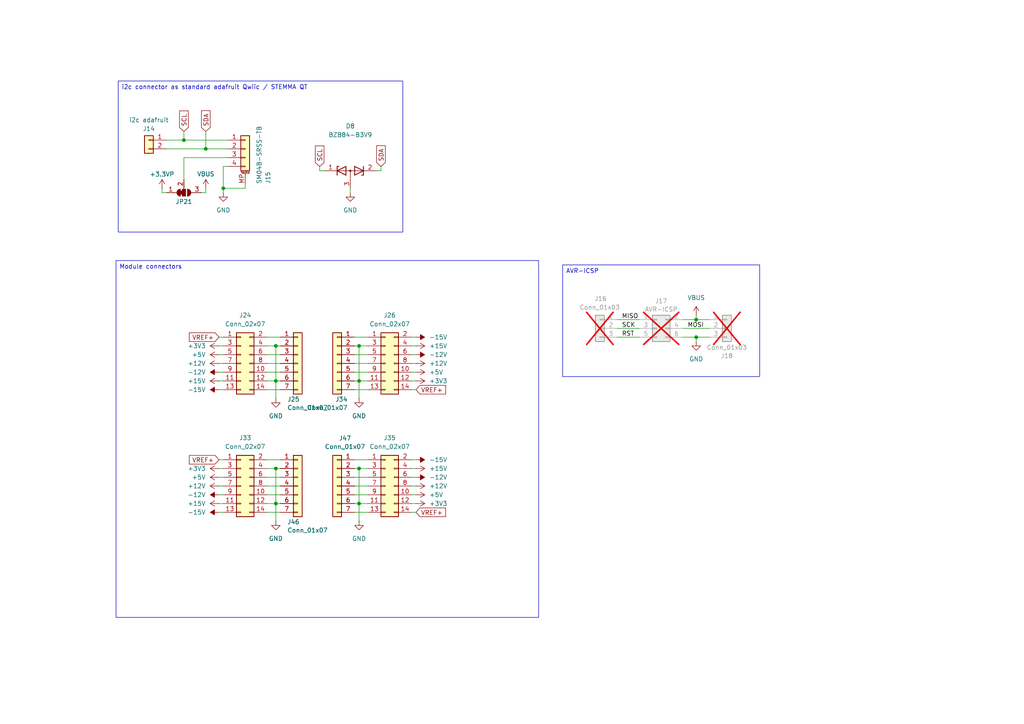
<source format=kicad_sch>
(kicad_sch (version 20250114) (generator "eeschema") (generator_version "9.0")
  (paper "A4")
  (title_block (date "2026-01-13") (rev "0.0.2") (company "KN NaMi"))
  (lib_symbols
    (symbol "Connector_Generic:Conn_01x02" (pin_names (offset 1.016) (hide yes))
      (property "Reference" "J" (at 0 2.54 0))
      (property "Value" "Conn_01x02" (at 0 -5.08 0))
      (symbol "Conn_01x02_1_1"
        (rectangle (start -1.27 1.27) (end 1.27 -3.81) (stroke (width 0.254)) (fill (type background)))
        (rectangle (start -1.27 0.127) (end 0 -0.127) (stroke (width 0.1524)))
        (rectangle (start -1.27 -2.413) (end 0 -2.667) (stroke (width 0.1524)))
        (pin passive line (at -5.08 0 0) (length 3.81) (name "Pin_1") (number "1"))
        (pin passive line (at -5.08 -2.54 0) (length 3.81) (name "Pin_2") (number "2"))
      )
    )
    (symbol "Connector_Generic:Conn_01x03" (pin_names (offset 1.016) (hide yes))
      (property "Reference" "J" (at 0 5.08 0))
      (property "Value" "Conn_01x03" (at 0 -5.08 0))
      (symbol "Conn_01x03_1_1"
        (rectangle (start -1.27 3.81) (end 1.27 -3.81) (stroke (width 0.254)) (fill (type background)))
        (rectangle (start -1.27 2.667) (end 0 2.413) (stroke (width 0.1524)))
        (rectangle (start -1.27 0.127) (end 0 -0.127) (stroke (width 0.1524)))
        (rectangle (start -1.27 -2.413) (end 0 -2.667) (stroke (width 0.1524)))
        (pin passive line (at -5.08 2.54 0) (length 3.81) (name "Pin_1") (number "1"))
        (pin passive line (at -5.08 0 0) (length 3.81) (name "Pin_2") (number "2"))
        (pin passive line (at -5.08 -2.54 0) (length 3.81) (name "Pin_3") (number "3"))
      )
    )
    (symbol "Connector_Generic:Conn_01x07" (pin_names (offset 1.016) (hide yes))
      (property "Reference" "J" (at 0 10.16 0))
      (property "Value" "Conn_01x07" (at 0 -10.16 0))
      (symbol "Conn_01x07_1_1"
        (rectangle (start -1.27 8.89) (end 1.27 -8.89) (stroke (width 0.254)) (fill (type background)))
        (rectangle (start -1.27 7.747) (end 0 7.493) (stroke (width 0.1524)))
        (rectangle (start -1.27 5.207) (end 0 4.953) (stroke (width 0.1524)))
        (rectangle (start -1.27 2.667) (end 0 2.413) (stroke (width 0.1524)))
        (rectangle (start -1.27 0.127) (end 0 -0.127) (stroke (width 0.1524)))
        (rectangle (start -1.27 -2.413) (end 0 -2.667) (stroke (width 0.1524)))
        (rectangle (start -1.27 -4.953) (end 0 -5.207) (stroke (width 0.1524)))
        (rectangle (start -1.27 -7.493) (end 0 -7.747) (stroke (width 0.1524)))
        (pin passive line (at -5.08 7.62 0) (length 3.81) (name "Pin_1") (number "1"))
        (pin passive line (at -5.08 5.08 0) (length 3.81) (name "Pin_2") (number "2"))
        (pin passive line (at -5.08 2.54 0) (length 3.81) (name "Pin_3") (number "3"))
        (pin passive line (at -5.08 0 0) (length 3.81) (name "Pin_4") (number "4"))
        (pin passive line (at -5.08 -2.54 0) (length 3.81) (name "Pin_5") (number "5"))
        (pin passive line (at -5.08 -5.08 0) (length 3.81) (name "Pin_6") (number "6"))
        (pin passive line (at -5.08 -7.62 0) (length 3.81) (name "Pin_7") (number "7"))
      )
    )
    (symbol "Connector_Generic:Conn_02x03_Odd_Even" (pin_names (offset 1.016) (hide yes))
      (property "Reference" "J" (at 1.27 5.08 0))
      (property "Value" "Conn_02x03_Odd_Even" (at 1.27 -5.08 0))
      (symbol "Conn_02x03_Odd_Even_1_1"
        (rectangle (start -1.27 3.81) (end 3.81 -3.81) (stroke (width 0.254)) (fill (type background)))
        (rectangle (start -1.27 2.667) (end 0 2.413) (stroke (width 0.1524)))
        (rectangle (start -1.27 0.127) (end 0 -0.127) (stroke (width 0.1524)))
        (rectangle (start -1.27 -2.413) (end 0 -2.667) (stroke (width 0.1524)))
        (rectangle (start 3.81 2.667) (end 2.54 2.413) (stroke (width 0.1524)))
        (rectangle (start 3.81 0.127) (end 2.54 -0.127) (stroke (width 0.1524)))
        (rectangle (start 3.81 -2.413) (end 2.54 -2.667) (stroke (width 0.1524)))
        (pin passive line (at -5.08 2.54 0) (length 3.81) (name "Pin_1") (number "1"))
        (pin passive line (at -5.08 0 0) (length 3.81) (name "Pin_3") (number "3"))
        (pin passive line (at -5.08 -2.54 0) (length 3.81) (name "Pin_5") (number "5"))
        (pin passive line (at 7.62 2.54 180) (length 3.81) (name "Pin_2") (number "2"))
        (pin passive line (at 7.62 0 180) (length 3.81) (name "Pin_4") (number "4"))
        (pin passive line (at 7.62 -2.54 180) (length 3.81) (name "Pin_6") (number "6"))
      )
    )
    (symbol "Connector_Generic:Conn_02x07_Odd_Even" (pin_names (offset 1.016) (hide yes))
      (property "Reference" "J" (at 1.27 10.16 0))
      (property "Value" "Conn_02x07_Odd_Even" (at 1.27 -10.16 0))
      (symbol "Conn_02x07_Odd_Even_1_1"
        (rectangle (start -1.27 8.89) (end 3.81 -8.89) (stroke (width 0.254)) (fill (type background)))
        (rectangle (start -1.27 7.747) (end 0 7.493) (stroke (width 0.1524)))
        (rectangle (start -1.27 5.207) (end 0 4.953) (stroke (width 0.1524)))
        (rectangle (start -1.27 2.667) (end 0 2.413) (stroke (width 0.1524)))
        (rectangle (start -1.27 0.127) (end 0 -0.127) (stroke (width 0.1524)))
        (rectangle (start -1.27 -2.413) (end 0 -2.667) (stroke (width 0.1524)))
        (rectangle (start -1.27 -4.953) (end 0 -5.207) (stroke (width 0.1524)))
        (rectangle (start -1.27 -7.493) (end 0 -7.747) (stroke (width 0.1524)))
        (rectangle (start 3.81 7.747) (end 2.54 7.493) (stroke (width 0.1524)))
        (rectangle (start 3.81 5.207) (end 2.54 4.953) (stroke (width 0.1524)))
        (rectangle (start 3.81 2.667) (end 2.54 2.413) (stroke (width 0.1524)))
        (rectangle (start 3.81 0.127) (end 2.54 -0.127) (stroke (width 0.1524)))
        (rectangle (start 3.81 -2.413) (end 2.54 -2.667) (stroke (width 0.1524)))
        (rectangle (start 3.81 -4.953) (end 2.54 -5.207) (stroke (width 0.1524)))
        (rectangle (start 3.81 -7.493) (end 2.54 -7.747) (stroke (width 0.1524)))
        (pin passive line (at -5.08 7.62 0) (length 3.81) (name "Pin_1") (number "1"))
        (pin passive line (at -5.08 5.08 0) (length 3.81) (name "Pin_3") (number "3"))
        (pin passive line (at -5.08 2.54 0) (length 3.81) (name "Pin_5") (number "5"))
        (pin passive line (at -5.08 0 0) (length 3.81) (name "Pin_7") (number "7"))
        (pin passive line (at -5.08 -2.54 0) (length 3.81) (name "Pin_9") (number "9"))
        (pin passive line (at -5.08 -5.08 0) (length 3.81) (name "Pin_11") (number "11"))
        (pin passive line (at -5.08 -7.62 0) (length 3.81) (name "Pin_13") (number "13"))
        (pin passive line (at 7.62 7.62 180) (length 3.81) (name "Pin_2") (number "2"))
        (pin passive line (at 7.62 5.08 180) (length 3.81) (name "Pin_4") (number "4"))
        (pin passive line (at 7.62 2.54 180) (length 3.81) (name "Pin_6") (number "6"))
        (pin passive line (at 7.62 0 180) (length 3.81) (name "Pin_8") (number "8"))
        (pin passive line (at 7.62 -2.54 180) (length 3.81) (name "Pin_10") (number "10"))
        (pin passive line (at 7.62 -5.08 180) (length 3.81) (name "Pin_12") (number "12"))
        (pin passive line (at 7.62 -7.62 180) (length 3.81) (name "Pin_14") (number "14"))
      )
    )
    (symbol "Connector_Generic_MountingPin:Conn_01x04_MountingPin" (pin_names (offset 1.016) (hide yes))
      (property "Reference" "J" (at 0 5.08 0))
      (property "Value" "Conn_01x04_MountingPin" (at 1.27 -7.62 0))
      (symbol "Conn_01x04_MountingPin_1_1"
        (rectangle (start -1.27 3.81) (end 1.27 -6.35) (stroke (width 0.254)) (fill (type background)))
        (rectangle (start -1.27 2.667) (end 0 2.413) (stroke (width 0.1524)))
        (rectangle (start -1.27 0.127) (end 0 -0.127) (stroke (width 0.1524)))
        (rectangle (start -1.27 -2.413) (end 0 -2.667) (stroke (width 0.1524)))
        (rectangle (start -1.27 -4.953) (end 0 -5.207) (stroke (width 0.1524)))
        (polyline (pts (xy -1.016 -7.112) (xy 1.016 -7.112)) (stroke (width 0.1524)))
        (text "Mounting" (at 0 -6.731 0) (effects (font (size 0.381 0.381))))
        (pin passive line (at -5.08 2.54 0) (length 3.81) (name "Pin_1") (number "1"))
        (pin passive line (at -5.08 0 0) (length 3.81) (name "Pin_2") (number "2"))
        (pin passive line (at -5.08 -2.54 0) (length 3.81) (name "Pin_3") (number "3"))
        (pin passive line (at -5.08 -5.08 0) (length 3.81) (name "Pin_4") (number "4"))
        (pin passive line (at 0 -10.16 90) (length 3.048) (name "MountPin") (number "MP"))
      )
    )
    (symbol "Device:D_Zener_Dual_CommonAnode_KKA" (pin_names (offset 0.762) (hide yes))
      (property "Reference" "D" (at 1.27 -2.54 0))
      (property "Value" "D_Zener_Dual_CommonAnode_KKA" (at 0 2.54 0))
      (symbol "D_Zener_Dual_CommonAnode_KKA_0_1"
        (polyline (pts (xy -3.81 -1.27) (xy -3.81 1.27) (xy -3.302 1.27)) (stroke (width 0.254)))
        (polyline (pts (xy -3.556 0) (xy 3.81 0)))
        (polyline (pts (xy -1.27 -1.27) (xy -3.81 0) (xy -1.27 1.27) (xy -1.27 -1.27) (xy -1.27 -1.27) (xy -1.27 -1.27)) (stroke (width 0.254)))
        (polyline (pts (xy 0 0) (xy 0 -2.54)))
        (circle (center 0 0) (radius 0.254) (fill (type outline)))
        (polyline (pts (xy 1.27 1.27) (xy 3.81 0) (xy 1.27 -1.27) (xy 1.27 1.27) (xy 1.27 1.27) (xy 1.27 1.27)) (stroke (width 0.254)))
        (polyline (pts (xy 3.302 -1.27) (xy 3.81 -1.27) (xy 3.81 1.27)) (stroke (width 0.254)))
        (pin passive line (at -7.62 0 0) (length 3.81) (name "K") (number "1"))
        (pin passive line (at 0 -5.08 90) (length 2.54) (name "A") (number "3"))
        (pin passive line (at 7.62 0 180) (length 3.81) (name "K") (number "2"))
      )
    )
    (symbol "Jumper:SolderJumper_3_Bridged12" (pin_names (offset 0) (hide yes)) (in_bom no)
      (property "Reference" "JP" (at -2.54 -2.54 0))
      (property "Value" "SolderJumper_3_Bridged12" (at 0 2.794 0))
      (symbol "SolderJumper_3_Bridged12_0_1"
        (polyline (pts (xy -2.54 0) (xy -2.032 0)))
        (polyline (pts (xy -1.016 1.016) (xy -1.016 -1.016)))
        (rectangle (start -1.016 0.508) (end -0.508 -0.508) (fill (type outline)))
        (arc (start -1.016 -1.016) (mid -2.0276 0) (end -1.016 1.016))
        (arc (start -1.016 -1.016) (mid -2.0276 0) (end -1.016 1.016) (fill (type outline)))
        (rectangle (start -0.508 1.016) (end 0.508 -1.016) (fill (type outline)))
        (polyline (pts (xy 0 -1.27) (xy 0 -1.016)))
        (arc (start 1.016 1.016) (mid 2.0276 0) (end 1.016 -1.016))
        (arc (start 1.016 1.016) (mid 2.0276 0) (end 1.016 -1.016) (fill (type outline)))
        (polyline (pts (xy 1.016 1.016) (xy 1.016 -1.016)))
        (polyline (pts (xy 2.54 0) (xy 2.032 0)))
      )
      (symbol "SolderJumper_3_Bridged12_1_1"
        (pin passive line (at -5.08 0 0) (length 2.54) (name "A") (number "1"))
        (pin passive line (at 0 -3.81 90) (length 2.54) (name "C") (number "2"))
        (pin passive line (at 5.08 0 180) (length 2.54) (name "B") (number "3"))
      )
    )
    (symbol "power:+12V" (power) (pin_numbers (hide yes)) (pin_names (offset 0) (hide yes))
      (property "Value" "+12V" (at 0 3.556 0))
      (symbol "+12V_0_1"
        (polyline (pts (xy -0.762 1.27) (xy 0 2.54)))
        (polyline (pts (xy 0 2.54) (xy 0.762 1.27)))
        (polyline (pts (xy 0 0) (xy 0 2.54)))
      )
      (symbol "+12V_1_1"
        (pin power_in line (at 0 0 90) (length 0) (name "~") (number "1"))
      )
    )
    (symbol "power:+15V" (power) (pin_numbers (hide yes)) (pin_names (offset 0) (hide yes))
      (property "Value" "+15V" (at 0 3.556 0))
      (symbol "+15V_0_1"
        (polyline (pts (xy -0.762 1.27) (xy 0 2.54)))
        (polyline (pts (xy 0 2.54) (xy 0.762 1.27)))
        (polyline (pts (xy 0 0) (xy 0 2.54)))
      )
      (symbol "+15V_1_1"
        (pin power_in line (at 0 0 90) (length 0) (name "~") (number "1"))
      )
    )
    (symbol "power:+3.3VP" (power) (pin_numbers (hide yes)) (pin_names (offset 0) (hide yes))
      (property "Value" "+3.3VP" (at 0 3.556 0))
      (symbol "+3.3VP_0_0"
        (pin power_in line (at 0 0 90) (length 0) (name "~") (number "1"))
      )
      (symbol "+3.3VP_0_1"
        (polyline (pts (xy -0.762 1.27) (xy 0 2.54)))
        (polyline (pts (xy 0 2.54) (xy 0.762 1.27)))
        (polyline (pts (xy 0 0) (xy 0 2.54)))
      )
    )
    (symbol "power:+3V3" (power) (pin_numbers (hide yes)) (pin_names (offset 0) (hide yes))
      (property "Value" "+3V3" (at 0 3.556 0))
      (symbol "+3V3_0_1"
        (polyline (pts (xy -0.762 1.27) (xy 0 2.54)))
        (polyline (pts (xy 0 2.54) (xy 0.762 1.27)))
        (polyline (pts (xy 0 0) (xy 0 2.54)))
      )
      (symbol "+3V3_1_1"
        (pin power_in line (at 0 0 90) (length 0) (name "~") (number "1"))
      )
    )
    (symbol "power:+5V" (power) (pin_numbers (hide yes)) (pin_names (offset 0) (hide yes))
      (property "Value" "+5V" (at 0 3.556 0))
      (symbol "+5V_0_1"
        (polyline (pts (xy -0.762 1.27) (xy 0 2.54)))
        (polyline (pts (xy 0 2.54) (xy 0.762 1.27)))
        (polyline (pts (xy 0 0) (xy 0 2.54)))
      )
      (symbol "+5V_1_1"
        (pin power_in line (at 0 0 90) (length 0) (name "~") (number "1"))
      )
    )
    (symbol "power:-12V" (power) (pin_numbers (hide yes)) (pin_names (offset 0) (hide yes))
      (property "Value" "-12V" (at 0 3.556 0))
      (symbol "-12V_0_0"
        (pin power_in line (at 0 0 90) (length 0) (name "~") (number "1"))
      )
      (symbol "-12V_0_1"
        (polyline (pts (xy 0 0) (xy 0 1.27) (xy 0.762 1.27) (xy 0 2.54) (xy -0.762 1.27) (xy 0 1.27)) (fill (type outline)))
      )
    )
    (symbol "power:-15V" (power) (pin_numbers (hide yes)) (pin_names (offset 0) (hide yes))
      (property "Value" "-15V" (at 0 3.556 0))
      (symbol "-15V_0_0"
        (pin power_in line (at 0 0 90) (length 0) (name "~") (number "1"))
      )
      (symbol "-15V_0_1"
        (polyline (pts (xy 0 0) (xy 0 1.27) (xy 0.762 1.27) (xy 0 2.54) (xy -0.762 1.27) (xy 0 1.27)) (fill (type outline)))
      )
    )
    (symbol "power:GND" (power) (pin_numbers (hide yes)) (pin_names (offset 0) (hide yes))
      (property "Value" "GND" (at 0 -3.81 0))
      (symbol "GND_0_1"
        (polyline (pts (xy 0 0) (xy 0 -1.27) (xy 1.27 -1.27) (xy 0 -2.54) (xy -1.27 -1.27) (xy 0 -1.27)))
      )
      (symbol "GND_1_1"
        (pin power_in line (at 0 0 270) (length 0) (name "~") (number "1"))
      )
    )
    (symbol "power:VBUS" (power) (pin_numbers (hide yes)) (pin_names (offset 0) (hide yes))
      (property "Value" "VBUS" (at 0 3.556 0))
      (symbol "VBUS_0_1"
        (polyline (pts (xy -0.762 1.27) (xy 0 2.54)))
        (polyline (pts (xy 0 2.54) (xy 0.762 1.27)))
        (polyline (pts (xy 0 0) (xy 0 2.54)))
      )
      (symbol "VBUS_1_1"
        (pin power_in line (at 0 0 90) (length 0) (name "~") (number "1"))
      )
    )
  )
  (text_box "Module connectors" (at 33.655 75.565 0) (size 122.555 103.505) (margins 0.9525 0.9525 0.9525 0.9525) (effects (font (size 1.27 1.27)) (justify left top)))
  (text_box "i2c connector as standard adafruit Qwiic / STEMMA QT" (at 34.29 23.495 0) (size 82.55 43.815) (margins 0.9525 0.9525 0.9525 0.9525) (effects (font (size 1.27 1.27)) (justify left top)))
  (text_box "AVR-ICSP" (at 163.195 76.835 0) (size 57.15 32.385) (margins 0.9525 0.9525 0.9525 0.9525) (effects (font (size 1.27 1.27)) (justify left top)))
  (junction (at 80.01 146.05))
  (junction (at 80.01 135.89))
  (junction (at 80.01 100.33))
  (junction (at 104.14 110.49))
  (junction (at 80.01 110.49))
  (junction (at 201.93 92.71))
  (junction (at 104.14 146.05))
  (junction (at 201.93 97.79))
  (junction (at 64.77 54.61))
  (junction (at 53.34 40.64))
  (junction (at 104.14 135.89))
  (junction (at 59.69 43.18))
  (junction (at 104.14 100.33))
  (wire (pts (xy 64.77 55.88) (xy 64.77 54.61)))
  (wire (pts (xy 102.87 97.79) (xy 106.68 97.79)))
  (wire (pts (xy 102.87 135.89) (xy 104.14 135.89)))
  (wire (pts (xy 63.5 138.43) (xy 64.77 138.43)))
  (wire (pts (xy 120.65 138.43) (xy 119.38 138.43)))
  (wire (pts (xy 104.14 146.05) (xy 106.68 146.05)))
  (wire (pts (xy 80.01 110.49) (xy 81.28 110.49)))
  (wire (pts (xy 59.69 54.61) (xy 59.69 55.88)))
  (wire (pts (xy 80.01 100.33) (xy 80.01 110.49)))
  (wire (pts (xy 71.12 53.34) (xy 71.12 54.61)))
  (wire (pts (xy 104.14 115.57) (xy 104.14 110.49)))
  (wire (pts (xy 48.26 43.18) (xy 59.69 43.18)))
  (wire (pts (xy 64.77 48.26) (xy 64.77 54.61)))
  (wire (pts (xy 102.87 102.87) (xy 106.68 102.87)))
  (wire (pts (xy 63.5 140.97) (xy 64.77 140.97)))
  (wire (pts (xy 63.5 102.87) (xy 64.77 102.87)))
  (wire (pts (xy 63.5 146.05) (xy 64.77 146.05)))
  (wire (pts (xy 201.93 91.44) (xy 201.93 92.71)))
  (wire (pts (xy 198.12 92.71) (xy 201.93 92.71)))
  (wire (pts (xy 63.5 97.79) (xy 64.77 97.79)))
  (wire (pts (xy 53.34 45.72) (xy 66.04 45.72)))
  (wire (pts (xy 179.07 97.79) (xy 185.42 97.79)))
  (wire (pts (xy 119.38 133.35) (xy 120.65 133.35)))
  (wire (pts (xy 120.65 107.95) (xy 119.38 107.95)))
  (wire (pts (xy 77.47 143.51) (xy 81.28 143.51)))
  (wire (pts (xy 120.65 146.05) (xy 119.38 146.05)))
  (wire (pts (xy 104.14 135.89) (xy 106.68 135.89)))
  (wire (pts (xy 59.69 43.18) (xy 66.04 43.18)))
  (wire (pts (xy 102.87 133.35) (xy 106.68 133.35)))
  (wire (pts (xy 53.34 52.07) (xy 53.34 45.72)))
  (wire (pts (xy 77.47 140.97) (xy 81.28 140.97)))
  (wire (pts (xy 63.5 135.89) (xy 64.77 135.89)))
  (wire (pts (xy 77.47 146.05) (xy 80.01 146.05)))
  (wire (pts (xy 110.49 49.53) (xy 109.22 49.53)))
  (wire (pts (xy 59.69 38.1) (xy 59.69 43.18)))
  (wire (pts (xy 102.87 148.59) (xy 106.68 148.59)))
  (wire (pts (xy 102.87 143.51) (xy 106.68 143.51)))
  (wire (pts (xy 77.47 105.41) (xy 81.28 105.41)))
  (wire (pts (xy 53.34 38.1) (xy 53.34 40.64)))
  (wire (pts (xy 102.87 140.97) (xy 106.68 140.97)))
  (wire (pts (xy 63.5 133.35) (xy 64.77 133.35)))
  (wire (pts (xy 120.65 135.89) (xy 119.38 135.89)))
  (wire (pts (xy 46.99 55.88) (xy 48.26 55.88)))
  (wire (pts (xy 120.65 148.59) (xy 119.38 148.59)))
  (wire (pts (xy 110.49 48.26) (xy 110.49 49.53)))
  (wire (pts (xy 102.87 113.03) (xy 106.68 113.03)))
  (wire (pts (xy 102.87 105.41) (xy 106.68 105.41)))
  (wire (pts (xy 63.5 110.49) (xy 64.77 110.49)))
  (wire (pts (xy 120.65 110.49) (xy 119.38 110.49)))
  (wire (pts (xy 77.47 113.03) (xy 81.28 113.03)))
  (wire (pts (xy 198.12 97.79) (xy 201.93 97.79)))
  (wire (pts (xy 64.77 54.61) (xy 71.12 54.61)))
  (wire (pts (xy 63.5 148.59) (xy 64.77 148.59)))
  (wire (pts (xy 80.01 135.89) (xy 81.28 135.89)))
  (wire (pts (xy 48.26 40.64) (xy 53.34 40.64)))
  (wire (pts (xy 66.04 48.26) (xy 64.77 48.26)))
  (wire (pts (xy 77.47 110.49) (xy 80.01 110.49)))
  (wire (pts (xy 53.34 40.64) (xy 66.04 40.64)))
  (wire (pts (xy 104.14 110.49) (xy 106.68 110.49)))
  (wire (pts (xy 80.01 135.89) (xy 80.01 146.05)))
  (wire (pts (xy 77.47 133.35) (xy 81.28 133.35)))
  (wire (pts (xy 63.5 143.51) (xy 64.77 143.51)))
  (wire (pts (xy 77.47 100.33) (xy 80.01 100.33)))
  (wire (pts (xy 120.65 102.87) (xy 119.38 102.87)))
  (wire (pts (xy 77.47 148.59) (xy 81.28 148.59)))
  (wire (pts (xy 104.14 135.89) (xy 104.14 146.05)))
  (wire (pts (xy 46.99 54.61) (xy 46.99 55.88)))
  (wire (pts (xy 120.65 105.41) (xy 119.38 105.41)))
  (wire (pts (xy 77.47 138.43) (xy 81.28 138.43)))
  (wire (pts (xy 59.69 55.88) (xy 58.42 55.88)))
  (wire (pts (xy 102.87 100.33) (xy 104.14 100.33)))
  (wire (pts (xy 77.47 135.89) (xy 80.01 135.89)))
  (wire (pts (xy 101.6 54.61) (xy 101.6 55.88)))
  (wire (pts (xy 80.01 110.49) (xy 80.01 115.57)))
  (wire (pts (xy 119.38 97.79) (xy 120.65 97.79)))
  (wire (pts (xy 92.71 48.26) (xy 92.71 49.53)))
  (wire (pts (xy 120.65 100.33) (xy 119.38 100.33)))
  (wire (pts (xy 120.65 140.97) (xy 119.38 140.97)))
  (wire (pts (xy 201.93 97.79) (xy 205.74 97.79)))
  (wire (pts (xy 92.71 49.53) (xy 93.98 49.53)))
  (wire (pts (xy 179.07 95.25) (xy 185.42 95.25)))
  (wire (pts (xy 63.5 105.41) (xy 64.77 105.41)))
  (wire (pts (xy 102.87 107.95) (xy 106.68 107.95)))
  (wire (pts (xy 80.01 100.33) (xy 81.28 100.33)))
  (wire (pts (xy 77.47 97.79) (xy 81.28 97.79)))
  (wire (pts (xy 104.14 100.33) (xy 106.68 100.33)))
  (wire (pts (xy 63.5 113.03) (xy 64.77 113.03)))
  (wire (pts (xy 80.01 151.13) (xy 80.01 146.05)))
  (wire (pts (xy 104.14 100.33) (xy 104.14 110.49)))
  (wire (pts (xy 120.65 143.51) (xy 119.38 143.51)))
  (wire (pts (xy 179.07 92.71) (xy 185.42 92.71)))
  (wire (pts (xy 102.87 146.05) (xy 104.14 146.05)))
  (wire (pts (xy 201.93 97.79) (xy 201.93 99.06)))
  (wire (pts (xy 77.47 102.87) (xy 81.28 102.87)))
  (wire (pts (xy 102.87 138.43) (xy 106.68 138.43)))
  (wire (pts (xy 104.14 151.13) (xy 104.14 146.05)))
  (wire (pts (xy 80.01 146.05) (xy 81.28 146.05)))
  (wire (pts (xy 77.47 107.95) (xy 81.28 107.95)))
  (wire (pts (xy 63.5 100.33) (xy 64.77 100.33)))
  (wire (pts (xy 102.87 110.49) (xy 104.14 110.49)))
  (wire (pts (xy 201.93 92.71) (xy 205.74 92.71)))
  (wire (pts (xy 120.65 113.03) (xy 119.38 113.03)))
  (wire (pts (xy 63.5 107.95) (xy 64.77 107.95)))
  (wire (pts (xy 198.12 95.25) (xy 205.74 95.25)))
  (label "RST" (at 180.34 97.79 0))
  (label "MOSI" (at 199.39 95.25 0))
  (label "MISO" (at 180.34 92.71 0))
  (label "SCK" (at 180.34 95.25 0))
  (global_label "SDA" (shape input) (at 59.69 38.1 90) (property "Intersheetrefs" "${INTERSHEET_REFS}" (effects (hide yes))))
  (global_label "VREF+" (shape input) (at 120.65 113.03 0) (property "Intersheetrefs" "${INTERSHEET_REFS}" (effects (hide yes))))
  (global_label "VREF+" (shape input) (at 120.65 148.59 0) (property "Intersheetrefs" "${INTERSHEET_REFS}" (effects (hide yes))))
  (global_label "SCL" (shape input) (at 53.34 38.1 90) (property "Intersheetrefs" "${INTERSHEET_REFS}" (effects (hide yes))))
  (global_label "VREF+" (shape input) (at 63.5 133.35 180) (property "Intersheetrefs" "${INTERSHEET_REFS}" (effects (hide yes))))
  (global_label "VREF+" (shape input) (at 63.5 97.79 180) (property "Intersheetrefs" "${INTERSHEET_REFS}" (effects (hide yes))))
  (global_label "SCL" (shape input) (at 92.71 48.26 90) (property "Intersheetrefs" "${INTERSHEET_REFS}" (effects (hide yes))))
  (global_label "SDA" (shape input) (at 110.49 48.26 90) (property "Intersheetrefs" "${INTERSHEET_REFS}" (effects (hide yes))))
  (symbol (lib_id "power:-15V") (at 63.5 113.03 90) (unit 1)
    (property "Reference" "#PWR0168" (effects (hide yes)))
    (property "Value" "-15V" (at 59.69 113.0299 90) (effects (justify left)))
    (property "Description" "Power symbol creates a global label with name \"-15V\"" (effects (hide yes)))
  )
  (symbol (lib_id "power:-12V") (at 63.5 107.95 90) (unit 1)
    (property "Reference" "#PWR0157" (effects (hide yes)))
    (property "Value" "-12V" (at 59.69 107.9499 90) (effects (justify left)))
    (property "Description" "Power symbol creates a global label with name \"-12V\"" (effects (hide yes)))
  )
  (symbol (lib_id "power:+15V") (at 120.65 100.33 270) (mirror x) (unit 1)
    (property "Reference" "#PWR0134" (effects (hide yes)))
    (property "Value" "+15V" (at 124.46 100.3299 90) (effects (justify left)))
    (property "Description" "Power symbol creates a global label with name \"+15V\"" (effects (hide yes)))
  )
  (symbol (lib_id "power:+5V") (at 63.5 102.87 90) (unit 1)
    (property "Reference" "#PWR0154" (effects (hide yes)))
    (property "Value" "+5V" (at 59.69 102.8699 90) (effects (justify left)))
    (property "Description" "Power symbol creates a global label with name \"+5V\"" (effects (hide yes)))
  )
  (symbol (lib_id "power:+15V") (at 63.5 146.05 90) (unit 1)
    (property "Reference" "#PWR0161" (effects (hide yes)))
    (property "Value" "+15V" (at 59.69 146.0499 90) (effects (justify left)))
    (property "Description" "Power symbol creates a global label with name \"+15V\"" (effects (hide yes)))
  )
  (symbol (lib_id "power:+12V") (at 63.5 105.41 90) (unit 1)
    (property "Reference" "#PWR0155" (effects (hide yes)))
    (property "Value" "+12V" (at 59.69 105.4099 90) (effects (justify left)))
    (property "Description" "Power symbol creates a global label with name \"+12V\"" (effects (hide yes)))
  )
  (symbol (lib_id "Connector_Generic:Conn_01x02") (at 43.18 40.64 0) (mirror y) (unit 1)
    (property "Reference" "J14" (at 43.18 37.338 0))
    (property "Value" "i2c adafruit" (at 43.18 34.798 0))
    (property "Footprint" "Connector_PinHeader_2.54mm:PinHeader_1x02_P2.54mm_Vertical" (effects (hide yes)))
    (property "Description" "Generic connector, single row, 01x02, script generated (kicad-library-utils/schlib/autogen/connector/)" (effects (hide yes)))
  )
  (symbol (lib_id "power:VBUS") (at 201.93 91.44 0) (unit 1)
    (property "Reference" "#PWR0149" (effects (hide yes)))
    (property "Value" "VBUS" (at 201.93 86.36 0))
    (property "Description" "Power symbol creates a global label with name \"VBUS\"" (effects (hide yes)))
  )
  (symbol (lib_id "Connector_Generic_MountingPin:Conn_01x04_MountingPin") (at 71.12 43.18 0) (unit 1)
    (property "Reference" "J15" (at 77.724 53.34 90) (effects (justify left)))
    (property "Value" "SM04B-SRSS-TB" (at 75.184 53.34 90) (effects (justify left)))
    (property "Footprint" "Connector_JST:JST_SH_SM04B-SRSS-TB_1x04-1MP_P1.00mm_Horizontal" (effects (hide yes)))
    (property "Description" "Generic connectable mounting pin connector, single row, 01x04, script generated (kicad-library-utils/schlib/autogen/connector/)" (effects (hide yes)))
  )
  (symbol (lib_id "power:GND") (at 80.01 151.13 0) (mirror y) (unit 1)
    (property "Reference" "#PWR0169" (effects (hide yes)))
    (property "Value" "GND" (at 80.01 156.21 0))
    (property "Description" "Power symbol creates a global label with name \"GND\" , ground" (effects (hide yes)))
  )
  (symbol (lib_id "power:+12V") (at 63.5 140.97 90) (unit 1)
    (property "Reference" "#PWR0158" (effects (hide yes)))
    (property "Value" "+12V" (at 59.69 140.9699 90) (effects (justify left)))
    (property "Description" "Power symbol creates a global label with name \"+12V\"" (effects (hide yes)))
  )
  (symbol (lib_id "power:+5V") (at 120.65 107.95 270) (mirror x) (unit 1)
    (property "Reference" "#PWR0129" (effects (hide yes)))
    (property "Value" "+5V" (at 124.46 107.9499 90) (effects (justify left)))
    (property "Description" "Power symbol creates a global label with name \"+5V\"" (effects (hide yes)))
  )
  (symbol (lib_id "power:-15V") (at 120.65 133.35 270) (mirror x) (unit 1)
    (property "Reference" "#PWR0138" (effects (hide yes)))
    (property "Value" "-15V" (at 124.46 133.3499 90) (effects (justify left)))
    (property "Description" "Power symbol creates a global label with name \"-15V\"" (effects (hide yes)))
  )
  (symbol (lib_id "Connector_Generic:Conn_02x07_Odd_Even") (at 111.76 105.41 0) (unit 1)
    (property "Reference" "J26" (at 113.03 91.44 0))
    (property "Value" "Conn_02x07" (at 113.03 93.98 0))
    (property "Footprint" "Connector_PinHeader_2.54mm:PinHeader_2x07_P2.54mm_Vertical" (effects (hide yes)))
    (property "Description" "Generic connector, double row, 02x07, odd/even pin numbering scheme (row 1 odd numbers, row 2 even numbers), script generated (kicad-library-utils/schlib/autogen/connector/)" (effects (hide yes)))
  )
  (symbol (lib_id "power:VBUS") (at 59.69 54.61 0) (unit 1)
    (property "Reference" "#PWR0146" (effects (hide yes)))
    (property "Value" "VBUS" (at 59.69 50.4769 0))
    (property "Description" "Power symbol creates a global label with name \"VBUS\"" (effects (hide yes)))
  )
  (symbol (lib_id "Connector_Generic:Conn_01x03") (at 210.82 95.25 0) (unit 1) (in_bom no) (dnp yes)
    (property "Reference" "J18" (at 210.82 103.2045 0))
    (property "Value" "Conn_01x03" (at 210.82 100.7802 0))
    (property "Footprint" "Connector_PinHeader_2.54mm:PinHeader_1x03_P2.54mm_Vertical" (effects (hide yes)))
    (property "Description" "Generic connector, single row, 01x03, script generated (kicad-library-utils/schlib/autogen/connector/)" (effects (hide yes)))
  )
  (symbol (lib_id "power:+3V3") (at 120.65 146.05 270) (unit 1)
    (property "Reference" "#PWR0141" (effects (hide yes)))
    (property "Value" "+3V3" (at 124.46 146.0499 90) (effects (justify left)))
    (property "Description" "Power symbol creates a global label with name \"+3V3\"" (effects (hide yes)))
  )
  (symbol (lib_id "power:+12V") (at 120.65 105.41 270) (mirror x) (unit 1)
    (property "Reference" "#PWR0131" (effects (hide yes)))
    (property "Value" "+12V" (at 124.46 105.4099 90) (effects (justify left)))
    (property "Description" "Power symbol creates a global label with name \"+12V\"" (effects (hide yes)))
  )
  (symbol (lib_id "power:GND") (at 104.14 151.13 0) (mirror y) (unit 1)
    (property "Reference" "#PWR0142" (effects (hide yes)))
    (property "Value" "GND" (at 104.14 156.21 0))
    (property "Description" "Power symbol creates a global label with name \"GND\" , ground" (effects (hide yes)))
  )
  (symbol (lib_id "power:+15V") (at 120.65 135.89 270) (mirror x) (unit 1)
    (property "Reference" "#PWR0137" (effects (hide yes)))
    (property "Value" "+15V" (at 124.46 135.8899 90) (effects (justify left)))
    (property "Description" "Power symbol creates a global label with name \"+15V\"" (effects (hide yes)))
  )
  (symbol (lib_id "power:-12V") (at 120.65 138.43 270) (mirror x) (unit 1)
    (property "Reference" "#PWR0135" (effects (hide yes)))
    (property "Value" "-12V" (at 124.46 138.4299 90) (effects (justify left)))
    (property "Description" "Power symbol creates a global label with name \"-12V\"" (effects (hide yes)))
  )
  (symbol (lib_id "power:+12V") (at 120.65 140.97 270) (mirror x) (unit 1)
    (property "Reference" "#PWR0136" (effects (hide yes)))
    (property "Value" "+12V" (at 124.46 140.9699 90) (effects (justify left)))
    (property "Description" "Power symbol creates a global label with name \"+12V\"" (effects (hide yes)))
  )
  (symbol (lib_id "power:-15V") (at 120.65 97.79 270) (mirror x) (unit 1)
    (property "Reference" "#PWR0133" (effects (hide yes)))
    (property "Value" "-15V" (at 124.46 97.7899 90) (effects (justify left)))
    (property "Description" "Power symbol creates a global label with name \"-15V\"" (effects (hide yes)))
  )
  (symbol (lib_id "power:+3V3") (at 120.65 110.49 270) (unit 1)
    (property "Reference" "#PWR0140" (effects (hide yes)))
    (property "Value" "+3V3" (at 124.46 110.4899 90) (effects (justify left)))
    (property "Description" "Power symbol creates a global label with name \"+3V3\"" (effects (hide yes)))
  )
  (symbol (lib_id "power:GND") (at 201.93 99.06 0) (unit 1)
    (property "Reference" "#PWR0148" (effects (hide yes)))
    (property "Value" "GND" (at 201.93 104.14 0))
    (property "Description" "Power symbol creates a global label with name \"GND\" , ground" (effects (hide yes)))
  )
  (symbol (lib_id "power:GND") (at 104.14 115.57 0) (mirror y) (unit 1)
    (property "Reference" "#PWR0165" (effects (hide yes)))
    (property "Value" "GND" (at 104.14 120.65 0))
    (property "Description" "Power symbol creates a global label with name \"GND\" , ground" (effects (hide yes)))
  )
  (symbol (lib_id "Connector_Generic:Conn_02x07_Odd_Even") (at 69.85 105.41 0) (unit 1)
    (property "Reference" "J24" (at 71.12 91.44 0))
    (property "Value" "Conn_02x07" (at 71.12 93.98 0))
    (property "Footprint" "Connector_PinHeader_2.54mm:PinHeader_2x07_P2.54mm_Vertical" (effects (hide yes)))
    (property "Description" "Generic connector, double row, 02x07, odd/even pin numbering scheme (row 1 odd numbers, row 2 even numbers), script generated (kicad-library-utils/schlib/autogen/connector/)" (effects (hide yes)))
  )
  (symbol (lib_id "power:+5V") (at 63.5 138.43 90) (unit 1)
    (property "Reference" "#PWR0163" (effects (hide yes)))
    (property "Value" "+5V" (at 59.69 138.4299 90) (effects (justify left)))
    (property "Description" "Power symbol creates a global label with name \"+5V\"" (effects (hide yes)))
  )
  (symbol (lib_id "power:-12V") (at 63.5 143.51 90) (unit 1)
    (property "Reference" "#PWR0159" (effects (hide yes)))
    (property "Value" "-12V" (at 59.69 143.5099 90) (effects (justify left)))
    (property "Description" "Power symbol creates a global label with name \"-12V\"" (effects (hide yes)))
  )
  (symbol (lib_id "power:+3.3VP") (at 46.99 54.61 0) (unit 1)
    (property "Reference" "#PWR0147" (effects (hide yes)))
    (property "Value" "+3.3VP" (at 46.99 50.546 0))
    (property "Description" "Power symbol creates a global label with name \"+3.3VP\"" (effects (hide yes)))
  )
  (symbol (lib_id "power:GND") (at 80.01 115.57 0) (mirror y) (unit 1)
    (property "Reference" "#PWR0166" (effects (hide yes)))
    (property "Value" "GND" (at 80.01 120.65 0))
    (property "Description" "Power symbol creates a global label with name \"GND\" , ground" (effects (hide yes)))
  )
  (symbol (lib_id "Connector_Generic:Conn_02x07_Odd_Even") (at 111.76 140.97 0) (unit 1)
    (property "Reference" "J35" (at 113.03 127 0))
    (property "Value" "Conn_02x07" (at 113.03 129.54 0))
    (property "Footprint" "Connector_PinHeader_2.54mm:PinHeader_2x07_P2.54mm_Vertical" (effects (hide yes)))
    (property "Description" "Generic connector, double row, 02x07, odd/even pin numbering scheme (row 1 odd numbers, row 2 even numbers), script generated (kicad-library-utils/schlib/autogen/connector/)" (effects (hide yes)))
  )
  (symbol (lib_id "power:-15V") (at 63.5 148.59 90) (unit 1)
    (property "Reference" "#PWR0160" (effects (hide yes)))
    (property "Value" "-15V" (at 59.69 148.5899 90) (effects (justify left)))
    (property "Description" "Power symbol creates a global label with name \"-15V\"" (effects (hide yes)))
  )
  (symbol (lib_id "power:GND") (at 64.77 55.88 0) (unit 1)
    (property "Reference" "#PWR0145" (effects (hide yes)))
    (property "Value" "GND" (at 64.77 60.96 0))
    (property "Description" "Power symbol creates a global label with name \"GND\" , ground" (effects (hide yes)))
  )
  (symbol (lib_id "Jumper:SolderJumper_3_Bridged12") (at 53.34 55.88 0) (mirror x) (unit 1) (in_bom no)
    (property "Reference" "JP21" (at 53.34 58.4891 0))
    (property "Value" "SolderJumper_3_Bridged12" (effects (hide yes)))
    (property "Footprint" "Jumper:SolderJumper-3_P1.3mm_Bridged123_RoundedPad1.0x1.5mm" (effects (hide yes)))
    (property "Description" "3-pole Solder Jumper, pins 1+2 closed/bridged" (effects (hide yes)))
  )
  (symbol (lib_id "power:+5V") (at 120.65 143.51 270) (mirror x) (unit 1)
    (property "Reference" "#PWR0139" (effects (hide yes)))
    (property "Value" "+5V" (at 124.46 143.5099 90) (effects (justify left)))
    (property "Description" "Power symbol creates a global label with name \"+5V\"" (effects (hide yes)))
  )
  (symbol (lib_id "power:+15V") (at 63.5 110.49 90) (unit 1)
    (property "Reference" "#PWR0167" (effects (hide yes)))
    (property "Value" "+15V" (at 59.69 110.4899 90) (effects (justify left)))
    (property "Description" "Power symbol creates a global label with name \"+15V\"" (effects (hide yes)))
  )
  (symbol (lib_id "power:GND") (at 101.6 55.88 0) (unit 1)
    (property "Reference" "#PWR0144" (effects (hide yes)))
    (property "Value" "GND" (at 101.6 60.96 0))
    (property "Description" "Power symbol creates a global label with name \"GND\" , ground" (effects (hide yes)))
  )
  (symbol (lib_id "Connector_Generic:Conn_01x07") (at 97.79 105.41 0) (mirror y) (unit 1)
    (property "Reference" "J34" (at 100.838 115.824 0) (effects (justify left)))
    (property "Value" "Conn_01x07" (at 100.838 118.2483 0) (effects (justify left)))
    (property "Footprint" "Connector_PinHeader_2.54mm:PinHeader_1x07_P2.54mm_Vertical" (effects (hide yes)))
    (property "Description" "Generic connector, single row, 01x07, script generated (kicad-library-utils/schlib/autogen/connector/)" (effects (hide yes)))
  )
  (symbol (lib_id "power:+3V3") (at 63.5 135.89 90) (unit 1)
    (property "Reference" "#PWR0164" (effects (hide yes)))
    (property "Value" "+3V3" (at 59.69 135.8899 90) (effects (justify left)))
    (property "Description" "Power symbol creates a global label with name \"+3V3\"" (effects (hide yes)))
  )
  (symbol (lib_id "Connector_Generic:Conn_01x07") (at 86.36 105.41 0) (unit 1)
    (property "Reference" "J25" (at 83.312 115.824 0) (effects (justify left)))
    (property "Value" "Conn_01x07" (at 83.312 118.2483 0) (effects (justify left)))
    (property "Footprint" "Connector_PinHeader_2.54mm:PinHeader_1x07_P2.54mm_Vertical" (effects (hide yes)))
    (property "Description" "Generic connector, single row, 01x07, script generated (kicad-library-utils/schlib/autogen/connector/)" (effects (hide yes)))
  )
  (symbol (lib_id "Connector_Generic:Conn_01x07") (at 86.36 140.97 0) (unit 1)
    (property "Reference" "J46" (at 83.312 151.384 0) (effects (justify left)))
    (property "Value" "Conn_01x07" (at 83.312 153.8083 0) (effects (justify left)))
    (property "Footprint" "Connector_PinHeader_2.54mm:PinHeader_1x07_P2.54mm_Vertical" (effects (hide yes)))
    (property "Description" "Generic connector, single row, 01x07, script generated (kicad-library-utils/schlib/autogen/connector/)" (effects (hide yes)))
  )
  (symbol (lib_id "Connector_Generic:Conn_01x07") (at 97.79 140.97 0) (mirror y) (unit 1)
    (property "Reference" "J47" (at 100.076 127.1157 0))
    (property "Value" "Conn_01x07" (at 100.076 129.54 0))
    (property "Footprint" "Connector_PinHeader_2.54mm:PinHeader_1x07_P2.54mm_Vertical" (effects (hide yes)))
    (property "Description" "Generic connector, single row, 01x07, script generated (kicad-library-utils/schlib/autogen/connector/)" (effects (hide yes)))
  )
  (symbol (lib_id "Connector_Generic:Conn_01x03") (at 173.99 95.25 0) (mirror y) (unit 1) (in_bom no) (dnp yes)
    (property "Reference" "J16" (at 176.022 86.614 0) (effects (justify left)))
    (property "Value" "Conn_01x03" (at 179.832 89.154 0) (effects (justify left)))
    (property "Footprint" "Connector_PinHeader_2.54mm:PinHeader_1x03_P2.54mm_Vertical" (effects (hide yes)))
    (property "Description" "Generic connector, single row, 01x03, script generated (kicad-library-utils/schlib/autogen/connector/)" (effects (hide yes)))
  )
  (symbol (lib_id "Connector_Generic:Conn_02x03_Odd_Even") (at 190.5 95.25 0) (unit 1) (in_bom no) (dnp yes)
    (property "Reference" "J17" (at 191.77 87.2955 0))
    (property "Value" "AVR-ICSP" (at 191.77 89.7198 0))
    (property "Footprint" "Connector_PinHeader_2.54mm:PinHeader_2x03_P2.54mm_Vertical" (effects (hide yes)))
    (property "Description" "Generic connector, double row, 02x03, odd/even pin numbering scheme (row 1 odd numbers, row 2 even numbers), script generated (kicad-library-utils/schlib/autogen/connector/)" (effects (hide yes)))
  )
  (symbol (lib_id "power:+3V3") (at 63.5 100.33 90) (unit 1)
    (property "Reference" "#PWR0156" (effects (hide yes)))
    (property "Value" "+3V3" (at 59.69 100.3299 90) (effects (justify left)))
    (property "Description" "Power symbol creates a global label with name \"+3V3\"" (effects (hide yes)))
  )
  (symbol (lib_id "Connector_Generic:Conn_02x07_Odd_Even") (at 69.85 140.97 0) (unit 1)
    (property "Reference" "J33" (at 71.12 127 0))
    (property "Value" "Conn_02x07" (at 71.12 129.54 0))
    (property "Footprint" "Connector_PinHeader_2.54mm:PinHeader_2x07_P2.54mm_Vertical" (effects (hide yes)))
    (property "Description" "Generic connector, double row, 02x07, odd/even pin numbering scheme (row 1 odd numbers, row 2 even numbers), script generated (kicad-library-utils/schlib/autogen/connector/)" (effects (hide yes)))
  )
  (symbol (lib_id "Device:D_Zener_Dual_CommonAnode_KKA") (at 101.6 49.53 0) (unit 1)
    (property "Reference" "D8" (at 101.6 36.576 0))
    (property "Value" "BZB84-B3V9" (at 101.6 39.116 0))
    (property "Footprint" "Package_TO_SOT_SMD:SOT-23" (effects (hide yes)))
    (property "Description" "Dual Zener diode, common anode on pin 3" (effects (hide yes)))
  )
  (symbol (lib_id "power:-12V") (at 120.65 102.87 270) (mirror x) (unit 1)
    (property "Reference" "#PWR0132" (effects (hide yes)))
    (property "Value" "-12V" (at 124.46 102.8699 90) (effects (justify left)))
    (property "Description" "Power symbol creates a global label with name \"-12V\"" (effects (hide yes)))
  )
)
</source>
